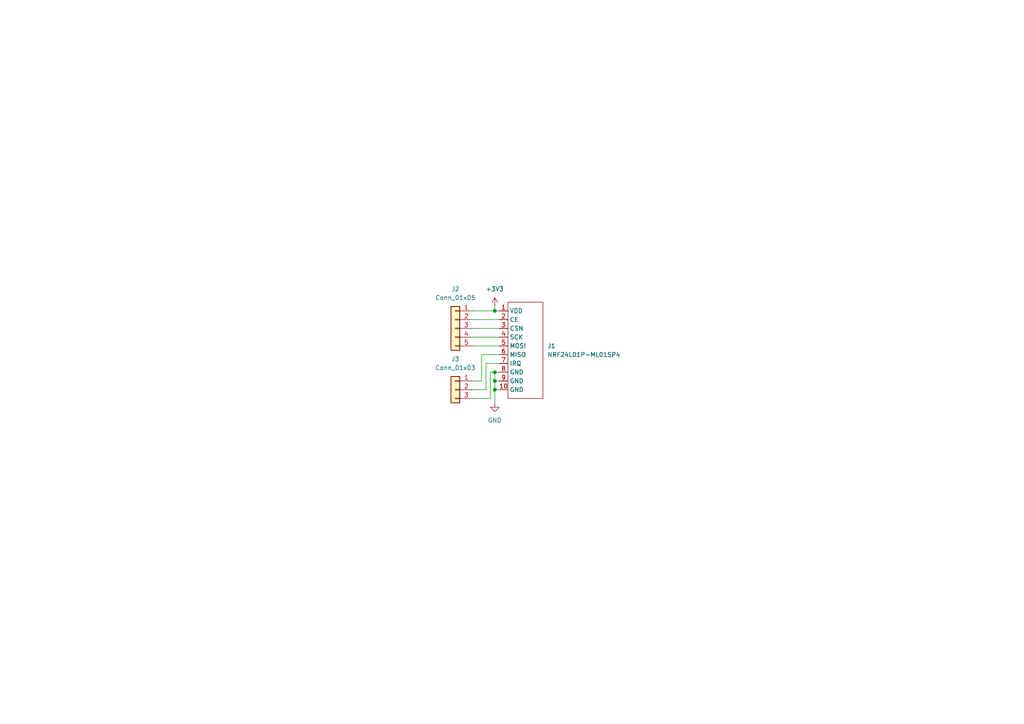
<source format=kicad_sch>
(kicad_sch (version 20211123) (generator eeschema)
  (paper "A4")
  (lib_symbols
    (symbol "Connector_Generic:Conn_01x03" (pin_names (offset 1.016) hide)
      (property "Reference" "J" (at 0 5.08 0))
      (property "Value" "Conn_01x03" (at 0 -5.08 0))
      (symbol "Conn_01x03_1_1"
        (rectangle (start -1.27 -2.413) (end 0 -2.667) (stroke (width 0.1524)))
        (rectangle (start -1.27 0.127) (end 0 -0.127) (stroke (width 0.1524)))
        (rectangle (start -1.27 2.667) (end 0 2.413) (stroke (width 0.1524)))
        (rectangle (start -1.27 3.81) (end 1.27 -3.81) (stroke (width 0.254)) (fill (type background)))
        (pin passive line (at -5.08 2.54 0) (length 3.81) (name "Pin_1") (number "1"))
        (pin passive line (at -5.08 0 0) (length 3.81) (name "Pin_2") (number "2"))
        (pin passive line (at -5.08 -2.54 0) (length 3.81) (name "Pin_3") (number "3"))
      )
    )
    (symbol "Connector_Generic:Conn_01x05" (pin_names (offset 1.016) hide)
      (property "Reference" "J" (at 0 7.62 0))
      (property "Value" "Conn_01x05" (at 0 -7.62 0))
      (symbol "Conn_01x05_1_1"
        (rectangle (start -1.27 -4.953) (end 0 -5.207) (stroke (width 0.1524)))
        (rectangle (start -1.27 -2.413) (end 0 -2.667) (stroke (width 0.1524)))
        (rectangle (start -1.27 0.127) (end 0 -0.127) (stroke (width 0.1524)))
        (rectangle (start -1.27 2.667) (end 0 2.413) (stroke (width 0.1524)))
        (rectangle (start -1.27 5.207) (end 0 4.953) (stroke (width 0.1524)))
        (rectangle (start -1.27 6.35) (end 1.27 -6.35) (stroke (width 0.254)) (fill (type background)))
        (pin passive line (at -5.08 5.08 0) (length 3.81) (name "Pin_1") (number "1"))
        (pin passive line (at -5.08 2.54 0) (length 3.81) (name "Pin_2") (number "2"))
        (pin passive line (at -5.08 0 0) (length 3.81) (name "Pin_3") (number "3"))
        (pin passive line (at -5.08 -2.54 0) (length 3.81) (name "Pin_4") (number "4"))
        (pin passive line (at -5.08 -5.08 0) (length 3.81) (name "Pin_5") (number "5"))
      )
    )
    (symbol "NRF24L01:NRF24L01P-ML01SP4"
      (property "Reference" "J1" (at 6.35 1.2701 0))
      (property "Value" "NRF24L01P-ML01SP4" (at 6.35 -1.2699 0))
      (symbol "NRF24L01P-ML01SP4_0_1"
        (rectangle (start -5.08 13.97) (end 5.08 -13.97))
      )
      (symbol "NRF24L01P-ML01SP4_1_1"
        (pin power_in line (at -7.62 11.43 0) (length 2.54) (name "VDD") (number "1"))
        (pin power_in line (at -7.62 -11.43 0) (length 2.54) (name "GND") (number "10"))
        (pin input line (at -7.62 8.89 0) (length 2.54) (name "CE") (number "2"))
        (pin input line (at -7.62 6.35 0) (length 2.54) (name "CSN") (number "3"))
        (pin input line (at -7.62 3.81 0) (length 2.54) (name "SCK") (number "4"))
        (pin input line (at -7.62 1.27 0) (length 2.54) (name "MOSI") (number "5"))
        (pin output line (at -7.62 -1.27 0) (length 2.54) (name "MISO") (number "6"))
        (pin output line (at -7.62 -3.81 0) (length 2.54) (name "IRQ") (number "7"))
        (pin power_in line (at -7.62 -6.35 0) (length 2.54) (name "GND") (number "8"))
        (pin power_in line (at -7.62 -8.89 0) (length 2.54) (name "GND") (number "9"))
      )
    )
    (symbol "power:+3V3" (power) (pin_names (offset 0))
      (property "Value" "+3V3" (at 0 3.556 0))
      (symbol "+3V3_0_1"
        (polyline (pts (xy -0.762 1.27) (xy 0 2.54)))
        (polyline (pts (xy 0 0) (xy 0 2.54)))
        (polyline (pts (xy 0 2.54) (xy 0.762 1.27)))
      )
      (symbol "+3V3_1_1"
        (pin power_in line (at 0 0 90) (length 0) hide (name "+3V3") (number "1"))
      )
    )
    (symbol "power:GND" (power) (pin_names (offset 0))
      (property "Value" "GND" (at 0 -3.81 0))
      (symbol "GND_0_1"
        (polyline (pts (xy 0 0) (xy 0 -1.27) (xy 1.27 -1.27) (xy 0 -2.54) (xy -1.27 -1.27) (xy 0 -1.27)))
      )
      (symbol "GND_1_1"
        (pin power_in line (at 0 0 270) (length 0) hide (name "GND") (number "1"))
      )
    )
  )
  (junction (at 143.51 113.03))
  (junction (at 143.51 107.95))
  (junction (at 143.51 110.49))
  (junction (at 143.51 90.17))
  (wire (pts (xy 144.78 110.49) (xy 143.51 110.49)))
  (wire (pts (xy 143.51 107.95) (xy 143.51 110.49)))
  (wire (pts (xy 144.78 105.41) (xy 140.97 105.41)))
  (wire (pts (xy 144.78 107.95) (xy 143.51 107.95)))
  (wire (pts (xy 143.51 110.49) (xy 143.51 113.03)))
  (wire (pts (xy 143.51 88.9) (xy 143.51 90.17)))
  (wire (pts (xy 137.16 90.17) (xy 143.51 90.17)))
  (wire (pts (xy 139.7 110.49) (xy 137.16 110.49)))
  (wire (pts (xy 143.51 113.03) (xy 143.51 116.84)))
  (wire (pts (xy 142.24 115.57) (xy 137.16 115.57)))
  (wire (pts (xy 140.97 105.41) (xy 140.97 113.03)))
  (wire (pts (xy 142.24 107.95) (xy 142.24 115.57)))
  (wire (pts (xy 137.16 92.71) (xy 144.78 92.71)))
  (wire (pts (xy 137.16 97.79) (xy 144.78 97.79)))
  (wire (pts (xy 142.24 107.95) (xy 143.51 107.95)))
  (wire (pts (xy 144.78 113.03) (xy 143.51 113.03)))
  (wire (pts (xy 137.16 100.33) (xy 144.78 100.33)))
  (wire (pts (xy 140.97 113.03) (xy 137.16 113.03)))
  (wire (pts (xy 139.7 102.87) (xy 139.7 110.49)))
  (wire (pts (xy 144.78 90.17) (xy 143.51 90.17)))
  (wire (pts (xy 144.78 102.87) (xy 139.7 102.87)))
  (wire (pts (xy 137.16 95.25) (xy 144.78 95.25)))
  (symbol (lib_id "NRF24L01:NRF24L01P-ML01SP4") (at 152.4 101.6 0) (unit 1)
    (property "Reference" "J1" (at 158.75 100.3299 0) (effects (justify left)))
    (property "Value" "NRF24L01P-ML01SP4" (at 158.75 102.8699 0) (effects (justify left)))
    (property "Footprint" "Custom_ML01SP4-Carrier:ML01SP4" (effects hide))
  )
  (symbol (lib_id "power:+3V3") (at 143.51 88.9 0) (unit 1)
    (property "Reference" "#PWR0102" (effects hide))
    (property "Value" "+3V3" (at 143.51 83.82 0))
  )
  (symbol (lib_id "Connector_Generic:Conn_01x03") (at 132.08 113.03 0) (mirror y) (unit 1)
    (property "Reference" "J3" (at 132.08 104.14 0))
    (property "Value" "Conn_01x03" (at 132.08 106.68 0))
    (property "Footprint" "Connector_PinHeader_2.54mm:PinHeader_1x03_P2.54mm_Vertical" (effects hide))
  )
  (symbol (lib_id "power:GND") (at 143.51 116.84 0) (unit 1)
    (property "Reference" "#PWR0101" (effects hide))
    (property "Value" "GND" (at 143.51 121.92 0))
  )
  (symbol (lib_id "Connector_Generic:Conn_01x05") (at 132.08 95.25 0) (mirror y) (unit 1)
    (property "Reference" "J2" (at 132.08 83.82 0))
    (property "Value" "Conn_01x05" (at 132.08 86.36 0))
    (property "Footprint" "Connector_PinHeader_2.54mm:PinHeader_1x05_P2.54mm_Vertical" (effects hide))
  )
)
</source>
